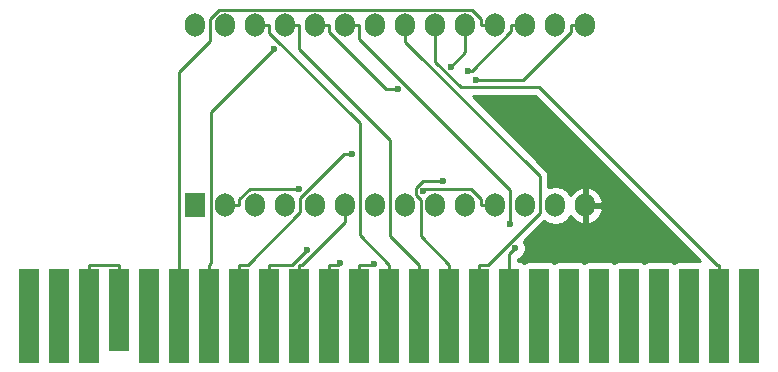
<source format=gbr>
G04 #@! TF.FileFunction,Copper,L1,Top,Signal*
%FSLAX46Y46*%
G04 Gerber Fmt 4.6, Leading zero omitted, Abs format (unit mm)*
G04 Created by KiCad (PCBNEW 4.0.7) date 02/20/19 23:55:16*
%MOMM*%
%LPD*%
G01*
G04 APERTURE LIST*
%ADD10C,0.100000*%
%ADD11R,1.800000X8.000000*%
%ADD12R,1.800000X7.000000*%
%ADD13R,1.700000X2.000000*%
%ADD14O,1.700000X2.000000*%
%ADD15C,0.600000*%
%ADD16C,0.250000*%
%ADD17C,0.254000*%
G04 APERTURE END LIST*
D10*
D11*
X180240840Y-108151440D03*
X177700840Y-108151440D03*
X175160840Y-108151440D03*
X172620840Y-108151440D03*
X170080840Y-108151440D03*
X167540840Y-108151440D03*
X165000840Y-108151440D03*
X162460840Y-108151440D03*
X159920840Y-108151440D03*
X157380840Y-108151440D03*
X154840840Y-108151440D03*
X152300840Y-108151440D03*
X149760840Y-108151440D03*
X147220840Y-108151440D03*
X144680840Y-108151440D03*
X142140840Y-108151440D03*
X139600840Y-108151440D03*
X137060840Y-108151440D03*
X134520840Y-108151440D03*
X131980840Y-108151440D03*
X129440840Y-108151440D03*
D12*
X126895760Y-107658680D03*
D11*
X124360840Y-108151440D03*
X121820840Y-108151440D03*
X119280840Y-108151440D03*
D13*
X133350000Y-98806000D03*
D14*
X166370000Y-83566000D03*
X135890000Y-98806000D03*
X163830000Y-83566000D03*
X138430000Y-98806000D03*
X161290000Y-83566000D03*
X140970000Y-98806000D03*
X158750000Y-83566000D03*
X143510000Y-98806000D03*
X156210000Y-83566000D03*
X146050000Y-98806000D03*
X153670000Y-83566000D03*
X148590000Y-98806000D03*
X151130000Y-83566000D03*
X151130000Y-98806000D03*
X148590000Y-83566000D03*
X153670000Y-98806000D03*
X146050000Y-83566000D03*
X156210000Y-98806000D03*
X143510000Y-83566000D03*
X158750000Y-98806000D03*
X140970000Y-83566000D03*
X161290000Y-98806000D03*
X138430000Y-83566000D03*
X163830000Y-98806000D03*
X135890000Y-83566000D03*
X166370000Y-98806000D03*
X133350000Y-83566000D03*
D15*
X150504900Y-88928000D03*
X159955100Y-100357700D03*
X154299900Y-96710300D03*
X142149000Y-97391200D03*
X160394500Y-102421900D03*
X148499700Y-103797600D03*
X145631900Y-103643000D03*
X152646000Y-97611900D03*
X142771000Y-102558200D03*
X157116600Y-88186500D03*
X146577600Y-94473700D03*
X156409500Y-87395500D03*
X140028300Y-85532900D03*
X154977400Y-87069000D03*
D16*
X153670000Y-83566000D02*
X153670000Y-84891300D01*
X177701000Y-108151000D02*
X177701000Y-105988500D01*
X177701000Y-103826000D02*
X177476000Y-103826000D01*
X177701000Y-105988500D02*
X177701000Y-103826000D01*
X177700800Y-105988700D02*
X177700800Y-108151400D01*
X177701000Y-105988500D02*
X177700800Y-105988700D01*
X162461800Y-88811800D02*
X177476000Y-103826000D01*
X155835900Y-88811800D02*
X162461800Y-88811800D01*
X153670000Y-86645900D02*
X155835900Y-88811800D01*
X153670000Y-84891300D02*
X153670000Y-86645900D01*
X143510000Y-83566000D02*
X144685300Y-83566000D01*
X149533100Y-88928000D02*
X150504900Y-88928000D01*
X144685300Y-84080200D02*
X149533100Y-88928000D01*
X144685300Y-83566000D02*
X144685300Y-84080200D01*
X146050000Y-83566000D02*
X147225300Y-83566000D01*
X159955100Y-97471100D02*
X159955100Y-100357700D01*
X147225300Y-84741300D02*
X159955100Y-97471100D01*
X147225300Y-83566000D02*
X147225300Y-84741300D01*
X158093500Y-103826100D02*
X157380800Y-103826100D01*
X162489300Y-99430300D02*
X158093500Y-103826100D01*
X162489300Y-96306000D02*
X162489300Y-99430300D01*
X151130000Y-84946700D02*
X162489300Y-96306000D01*
X151130000Y-83566000D02*
X151130000Y-84946700D01*
X157380800Y-108151400D02*
X157380800Y-103826100D01*
X154840800Y-108151400D02*
X154840800Y-103826100D01*
X154299900Y-96710400D02*
X154299900Y-96710300D01*
X152634600Y-96710400D02*
X154299900Y-96710400D01*
X152020600Y-97324400D02*
X152634600Y-96710400D01*
X152020600Y-97877600D02*
X152020600Y-97324400D01*
X152444400Y-98301400D02*
X152020600Y-97877600D01*
X152444400Y-101429700D02*
X152444400Y-98301400D01*
X154840800Y-103826100D02*
X152444400Y-101429700D01*
X135890000Y-98806000D02*
X137065300Y-98806000D01*
X137965900Y-97391200D02*
X142149000Y-97391200D01*
X137065300Y-98291800D02*
X137965900Y-97391200D01*
X137065300Y-98806000D02*
X137065300Y-98291800D01*
X140970000Y-83566000D02*
X142145300Y-83566000D01*
X152300800Y-108151400D02*
X152300800Y-103826100D01*
X142145300Y-85568000D02*
X142145300Y-83566000D01*
X149860000Y-93282700D02*
X142145300Y-85568000D01*
X149860000Y-101385300D02*
X149860000Y-93282700D01*
X152300800Y-103826100D02*
X149860000Y-101385300D01*
X159920800Y-102895600D02*
X159920800Y-108151400D01*
X160394500Y-102421900D02*
X159920800Y-102895600D01*
X147250100Y-101315400D02*
X149760800Y-103826100D01*
X147250100Y-91831100D02*
X147250100Y-101315400D01*
X139605300Y-84186300D02*
X147250100Y-91831100D01*
X139605300Y-83566000D02*
X139605300Y-84186300D01*
X138430000Y-83566000D02*
X139605300Y-83566000D01*
X149760800Y-108151400D02*
X149760800Y-103826100D01*
X147220800Y-108151400D02*
X147220800Y-103826100D01*
X148471200Y-103826100D02*
X147220800Y-103826100D01*
X148499700Y-103797600D02*
X148471200Y-103826100D01*
X144680800Y-108151400D02*
X144680800Y-103826100D01*
X145448800Y-103826100D02*
X145631900Y-103643000D01*
X144680800Y-103826100D02*
X145448800Y-103826100D01*
X146050000Y-98806000D02*
X146050000Y-100131300D01*
X142140800Y-108151400D02*
X142140800Y-103826100D01*
X146050000Y-100163600D02*
X146050000Y-100131300D01*
X142387500Y-103826100D02*
X146050000Y-100163600D01*
X142140800Y-103826100D02*
X142387500Y-103826100D01*
X139600800Y-108151400D02*
X139600800Y-103826100D01*
X158750000Y-98806000D02*
X157574700Y-98806000D01*
X152838800Y-97419100D02*
X152646000Y-97611900D01*
X156702000Y-97419100D02*
X152838800Y-97419100D01*
X157574700Y-98291800D02*
X156702000Y-97419100D01*
X157574700Y-98806000D02*
X157574700Y-98291800D01*
X141503100Y-103826100D02*
X142771000Y-102558200D01*
X139600800Y-103826100D02*
X141503100Y-103826100D01*
X166370000Y-83566000D02*
X165194700Y-83566000D01*
X161088400Y-88186500D02*
X157116600Y-88186500D01*
X165194700Y-84080200D02*
X161088400Y-88186500D01*
X165194700Y-83566000D02*
X165194700Y-84080200D01*
X137060800Y-108151400D02*
X137060800Y-103826100D01*
X145964700Y-94473700D02*
X146577600Y-94473700D01*
X142240000Y-98198400D02*
X145964700Y-94473700D01*
X142240000Y-99355000D02*
X142240000Y-98198400D01*
X137768900Y-103826100D02*
X142240000Y-99355000D01*
X137060800Y-103826100D02*
X137768900Y-103826100D01*
X161290000Y-83566000D02*
X160114700Y-83566000D01*
X156751200Y-87395500D02*
X156409500Y-87395500D01*
X160114700Y-84032000D02*
X156751200Y-87395500D01*
X160114700Y-83566000D02*
X160114700Y-84032000D01*
X134520800Y-108151400D02*
X134520800Y-103826100D01*
X134668000Y-90893200D02*
X140028300Y-85532900D01*
X134668000Y-103678900D02*
X134668000Y-90893200D01*
X134520800Y-103826100D02*
X134668000Y-103678900D01*
X156210000Y-85836400D02*
X154977400Y-87069000D01*
X156210000Y-83566000D02*
X156210000Y-85836400D01*
X131980800Y-87530600D02*
X131980800Y-103826100D01*
X134620000Y-84891400D02*
X131980800Y-87530600D01*
X134620000Y-82995900D02*
X134620000Y-84891400D01*
X135387100Y-82228800D02*
X134620000Y-82995900D01*
X156751700Y-82228800D02*
X135387100Y-82228800D01*
X157574700Y-83051800D02*
X156751700Y-82228800D01*
X157574700Y-83566000D02*
X157574700Y-83051800D01*
X158750000Y-83566000D02*
X157574700Y-83566000D01*
X131980800Y-108151400D02*
X131980800Y-103826100D01*
X126888500Y-103826100D02*
X126895800Y-103833400D01*
X124360800Y-103826100D02*
X126888500Y-103826100D01*
X124360800Y-108151400D02*
X124360800Y-103826100D01*
X126895800Y-107658700D02*
X126895800Y-103833400D01*
D17*
G36*
X176083860Y-103508662D02*
X176060840Y-103504000D01*
X174260840Y-103504000D01*
X174025523Y-103548278D01*
X173890263Y-103635316D01*
X173772730Y-103555009D01*
X173520840Y-103504000D01*
X171720840Y-103504000D01*
X171485523Y-103548278D01*
X171350263Y-103635316D01*
X171232730Y-103555009D01*
X170980840Y-103504000D01*
X169180840Y-103504000D01*
X168945523Y-103548278D01*
X168810263Y-103635316D01*
X168692730Y-103555009D01*
X168440840Y-103504000D01*
X166640840Y-103504000D01*
X166405523Y-103548278D01*
X166270263Y-103635316D01*
X166152730Y-103555009D01*
X165900840Y-103504000D01*
X164100840Y-103504000D01*
X163865523Y-103548278D01*
X163730263Y-103635316D01*
X163612730Y-103555009D01*
X163360840Y-103504000D01*
X161560840Y-103504000D01*
X161325523Y-103548278D01*
X161190263Y-103635316D01*
X161072730Y-103555009D01*
X160820840Y-103504000D01*
X160680800Y-103504000D01*
X160680800Y-103315275D01*
X160923443Y-103215017D01*
X161186692Y-102952227D01*
X161329338Y-102608699D01*
X161329662Y-102236733D01*
X161187617Y-101892957D01*
X161144569Y-101849833D01*
X162885672Y-100108730D01*
X163261715Y-100359993D01*
X163830000Y-100473032D01*
X164398285Y-100359993D01*
X164880054Y-100038086D01*
X165094653Y-99716915D01*
X165477955Y-100144664D01*
X166000740Y-100395553D01*
X166013110Y-100397476D01*
X166243000Y-100276155D01*
X166243000Y-98933000D01*
X166497000Y-98933000D01*
X166497000Y-100276155D01*
X166726890Y-100397476D01*
X166739260Y-100395553D01*
X167262045Y-100144664D01*
X167649024Y-99712812D01*
X167841284Y-99165742D01*
X167697231Y-98933000D01*
X166497000Y-98933000D01*
X166243000Y-98933000D01*
X166223000Y-98933000D01*
X166223000Y-98679000D01*
X166243000Y-98679000D01*
X166243000Y-97335845D01*
X166497000Y-97335845D01*
X166497000Y-98679000D01*
X167697231Y-98679000D01*
X167841284Y-98446258D01*
X167649024Y-97899188D01*
X167262045Y-97467336D01*
X166739260Y-97216447D01*
X166726890Y-97214524D01*
X166497000Y-97335845D01*
X166243000Y-97335845D01*
X166013110Y-97214524D01*
X166000740Y-97216447D01*
X165477955Y-97467336D01*
X165094653Y-97895085D01*
X164880054Y-97573914D01*
X164398285Y-97252007D01*
X163830000Y-97138968D01*
X163261715Y-97252007D01*
X163249300Y-97260302D01*
X163249300Y-96306000D01*
X163191448Y-96015161D01*
X163026701Y-95768599D01*
X156829902Y-89571800D01*
X162146998Y-89571800D01*
X176083860Y-103508662D01*
X176083860Y-103508662D01*
G37*
X176083860Y-103508662D02*
X176060840Y-103504000D01*
X174260840Y-103504000D01*
X174025523Y-103548278D01*
X173890263Y-103635316D01*
X173772730Y-103555009D01*
X173520840Y-103504000D01*
X171720840Y-103504000D01*
X171485523Y-103548278D01*
X171350263Y-103635316D01*
X171232730Y-103555009D01*
X170980840Y-103504000D01*
X169180840Y-103504000D01*
X168945523Y-103548278D01*
X168810263Y-103635316D01*
X168692730Y-103555009D01*
X168440840Y-103504000D01*
X166640840Y-103504000D01*
X166405523Y-103548278D01*
X166270263Y-103635316D01*
X166152730Y-103555009D01*
X165900840Y-103504000D01*
X164100840Y-103504000D01*
X163865523Y-103548278D01*
X163730263Y-103635316D01*
X163612730Y-103555009D01*
X163360840Y-103504000D01*
X161560840Y-103504000D01*
X161325523Y-103548278D01*
X161190263Y-103635316D01*
X161072730Y-103555009D01*
X160820840Y-103504000D01*
X160680800Y-103504000D01*
X160680800Y-103315275D01*
X160923443Y-103215017D01*
X161186692Y-102952227D01*
X161329338Y-102608699D01*
X161329662Y-102236733D01*
X161187617Y-101892957D01*
X161144569Y-101849833D01*
X162885672Y-100108730D01*
X163261715Y-100359993D01*
X163830000Y-100473032D01*
X164398285Y-100359993D01*
X164880054Y-100038086D01*
X165094653Y-99716915D01*
X165477955Y-100144664D01*
X166000740Y-100395553D01*
X166013110Y-100397476D01*
X166243000Y-100276155D01*
X166243000Y-98933000D01*
X166497000Y-98933000D01*
X166497000Y-100276155D01*
X166726890Y-100397476D01*
X166739260Y-100395553D01*
X167262045Y-100144664D01*
X167649024Y-99712812D01*
X167841284Y-99165742D01*
X167697231Y-98933000D01*
X166497000Y-98933000D01*
X166243000Y-98933000D01*
X166223000Y-98933000D01*
X166223000Y-98679000D01*
X166243000Y-98679000D01*
X166243000Y-97335845D01*
X166497000Y-97335845D01*
X166497000Y-98679000D01*
X167697231Y-98679000D01*
X167841284Y-98446258D01*
X167649024Y-97899188D01*
X167262045Y-97467336D01*
X166739260Y-97216447D01*
X166726890Y-97214524D01*
X166497000Y-97335845D01*
X166243000Y-97335845D01*
X166013110Y-97214524D01*
X166000740Y-97216447D01*
X165477955Y-97467336D01*
X165094653Y-97895085D01*
X164880054Y-97573914D01*
X164398285Y-97252007D01*
X163830000Y-97138968D01*
X163261715Y-97252007D01*
X163249300Y-97260302D01*
X163249300Y-96306000D01*
X163191448Y-96015161D01*
X163026701Y-95768599D01*
X156829902Y-89571800D01*
X162146998Y-89571800D01*
X176083860Y-103508662D01*
M02*

</source>
